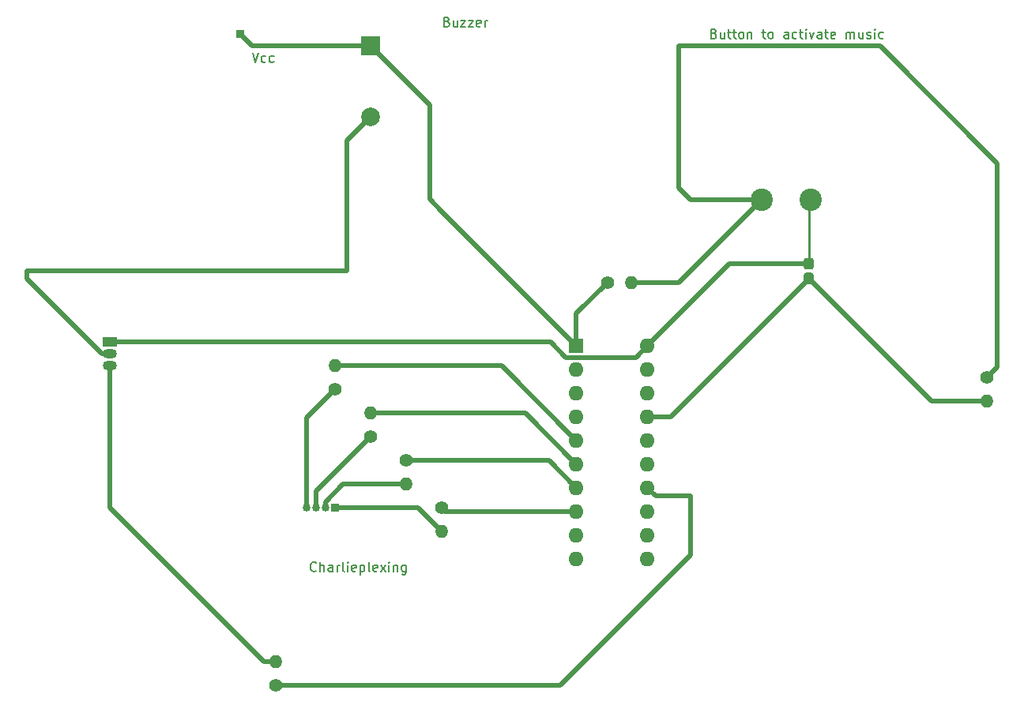
<source format=gbr>
%TF.GenerationSoftware,KiCad,Pcbnew,(5.1.12)-1*%
%TF.CreationDate,2022-11-24T21:41:11-03:00*%
%TF.ProjectId,LED_tree,4c45445f-7472-4656-952e-6b696361645f,rev?*%
%TF.SameCoordinates,Original*%
%TF.FileFunction,Copper,L1,Top*%
%TF.FilePolarity,Positive*%
%FSLAX46Y46*%
G04 Gerber Fmt 4.6, Leading zero omitted, Abs format (unit mm)*
G04 Created by KiCad (PCBNEW (5.1.12)-1) date 2022-11-24 21:41:11*
%MOMM*%
%LPD*%
G01*
G04 APERTURE LIST*
%TA.AperFunction,NonConductor*%
%ADD10C,0.150000*%
%TD*%
%TA.AperFunction,ComponentPad*%
%ADD11C,2.400000*%
%TD*%
%TA.AperFunction,ComponentPad*%
%ADD12O,0.850000X0.850000*%
%TD*%
%TA.AperFunction,ComponentPad*%
%ADD13R,0.850000X0.850000*%
%TD*%
%TA.AperFunction,ComponentPad*%
%ADD14O,1.600000X1.600000*%
%TD*%
%TA.AperFunction,ComponentPad*%
%ADD15R,1.600000X1.600000*%
%TD*%
%TA.AperFunction,ComponentPad*%
%ADD16O,1.400000X1.400000*%
%TD*%
%TA.AperFunction,ComponentPad*%
%ADD17C,1.400000*%
%TD*%
%TA.AperFunction,ComponentPad*%
%ADD18R,1.500000X1.050000*%
%TD*%
%TA.AperFunction,ComponentPad*%
%ADD19O,1.500000X1.050000*%
%TD*%
%TA.AperFunction,ComponentPad*%
%ADD20C,2.000000*%
%TD*%
%TA.AperFunction,ComponentPad*%
%ADD21R,2.000000X2.000000*%
%TD*%
%TA.AperFunction,Conductor*%
%ADD22C,0.500000*%
%TD*%
%TA.AperFunction,Conductor*%
%ADD23C,0.250000*%
%TD*%
G04 APERTURE END LIST*
D10*
X111101428Y-30408571D02*
X111244285Y-30456190D01*
X111291904Y-30503809D01*
X111339523Y-30599047D01*
X111339523Y-30741904D01*
X111291904Y-30837142D01*
X111244285Y-30884761D01*
X111149047Y-30932380D01*
X110768095Y-30932380D01*
X110768095Y-29932380D01*
X111101428Y-29932380D01*
X111196666Y-29980000D01*
X111244285Y-30027619D01*
X111291904Y-30122857D01*
X111291904Y-30218095D01*
X111244285Y-30313333D01*
X111196666Y-30360952D01*
X111101428Y-30408571D01*
X110768095Y-30408571D01*
X112196666Y-30265714D02*
X112196666Y-30932380D01*
X111768095Y-30265714D02*
X111768095Y-30789523D01*
X111815714Y-30884761D01*
X111910952Y-30932380D01*
X112053809Y-30932380D01*
X112149047Y-30884761D01*
X112196666Y-30837142D01*
X112577619Y-30265714D02*
X113101428Y-30265714D01*
X112577619Y-30932380D01*
X113101428Y-30932380D01*
X113387142Y-30265714D02*
X113910952Y-30265714D01*
X113387142Y-30932380D01*
X113910952Y-30932380D01*
X114672857Y-30884761D02*
X114577619Y-30932380D01*
X114387142Y-30932380D01*
X114291904Y-30884761D01*
X114244285Y-30789523D01*
X114244285Y-30408571D01*
X114291904Y-30313333D01*
X114387142Y-30265714D01*
X114577619Y-30265714D01*
X114672857Y-30313333D01*
X114720476Y-30408571D01*
X114720476Y-30503809D01*
X114244285Y-30599047D01*
X115149047Y-30932380D02*
X115149047Y-30265714D01*
X115149047Y-30456190D02*
X115196666Y-30360952D01*
X115244285Y-30313333D01*
X115339523Y-30265714D01*
X115434761Y-30265714D01*
X139709047Y-31678571D02*
X139851904Y-31726190D01*
X139899523Y-31773809D01*
X139947142Y-31869047D01*
X139947142Y-32011904D01*
X139899523Y-32107142D01*
X139851904Y-32154761D01*
X139756666Y-32202380D01*
X139375714Y-32202380D01*
X139375714Y-31202380D01*
X139709047Y-31202380D01*
X139804285Y-31250000D01*
X139851904Y-31297619D01*
X139899523Y-31392857D01*
X139899523Y-31488095D01*
X139851904Y-31583333D01*
X139804285Y-31630952D01*
X139709047Y-31678571D01*
X139375714Y-31678571D01*
X140804285Y-31535714D02*
X140804285Y-32202380D01*
X140375714Y-31535714D02*
X140375714Y-32059523D01*
X140423333Y-32154761D01*
X140518571Y-32202380D01*
X140661428Y-32202380D01*
X140756666Y-32154761D01*
X140804285Y-32107142D01*
X141137619Y-31535714D02*
X141518571Y-31535714D01*
X141280476Y-31202380D02*
X141280476Y-32059523D01*
X141328095Y-32154761D01*
X141423333Y-32202380D01*
X141518571Y-32202380D01*
X141709047Y-31535714D02*
X142090000Y-31535714D01*
X141851904Y-31202380D02*
X141851904Y-32059523D01*
X141899523Y-32154761D01*
X141994761Y-32202380D01*
X142090000Y-32202380D01*
X142566190Y-32202380D02*
X142470952Y-32154761D01*
X142423333Y-32107142D01*
X142375714Y-32011904D01*
X142375714Y-31726190D01*
X142423333Y-31630952D01*
X142470952Y-31583333D01*
X142566190Y-31535714D01*
X142709047Y-31535714D01*
X142804285Y-31583333D01*
X142851904Y-31630952D01*
X142899523Y-31726190D01*
X142899523Y-32011904D01*
X142851904Y-32107142D01*
X142804285Y-32154761D01*
X142709047Y-32202380D01*
X142566190Y-32202380D01*
X143328095Y-31535714D02*
X143328095Y-32202380D01*
X143328095Y-31630952D02*
X143375714Y-31583333D01*
X143470952Y-31535714D01*
X143613809Y-31535714D01*
X143709047Y-31583333D01*
X143756666Y-31678571D01*
X143756666Y-32202380D01*
X144851904Y-31535714D02*
X145232857Y-31535714D01*
X144994761Y-31202380D02*
X144994761Y-32059523D01*
X145042380Y-32154761D01*
X145137619Y-32202380D01*
X145232857Y-32202380D01*
X145709047Y-32202380D02*
X145613809Y-32154761D01*
X145566190Y-32107142D01*
X145518571Y-32011904D01*
X145518571Y-31726190D01*
X145566190Y-31630952D01*
X145613809Y-31583333D01*
X145709047Y-31535714D01*
X145851904Y-31535714D01*
X145947142Y-31583333D01*
X145994761Y-31630952D01*
X146042380Y-31726190D01*
X146042380Y-32011904D01*
X145994761Y-32107142D01*
X145947142Y-32154761D01*
X145851904Y-32202380D01*
X145709047Y-32202380D01*
X147661428Y-32202380D02*
X147661428Y-31678571D01*
X147613809Y-31583333D01*
X147518571Y-31535714D01*
X147328095Y-31535714D01*
X147232857Y-31583333D01*
X147661428Y-32154761D02*
X147566190Y-32202380D01*
X147328095Y-32202380D01*
X147232857Y-32154761D01*
X147185238Y-32059523D01*
X147185238Y-31964285D01*
X147232857Y-31869047D01*
X147328095Y-31821428D01*
X147566190Y-31821428D01*
X147661428Y-31773809D01*
X148566190Y-32154761D02*
X148470952Y-32202380D01*
X148280476Y-32202380D01*
X148185238Y-32154761D01*
X148137619Y-32107142D01*
X148090000Y-32011904D01*
X148090000Y-31726190D01*
X148137619Y-31630952D01*
X148185238Y-31583333D01*
X148280476Y-31535714D01*
X148470952Y-31535714D01*
X148566190Y-31583333D01*
X148851904Y-31535714D02*
X149232857Y-31535714D01*
X148994761Y-31202380D02*
X148994761Y-32059523D01*
X149042380Y-32154761D01*
X149137619Y-32202380D01*
X149232857Y-32202380D01*
X149566190Y-32202380D02*
X149566190Y-31535714D01*
X149566190Y-31202380D02*
X149518571Y-31250000D01*
X149566190Y-31297619D01*
X149613809Y-31250000D01*
X149566190Y-31202380D01*
X149566190Y-31297619D01*
X149947142Y-31535714D02*
X150185238Y-32202380D01*
X150423333Y-31535714D01*
X151232857Y-32202380D02*
X151232857Y-31678571D01*
X151185238Y-31583333D01*
X151090000Y-31535714D01*
X150899523Y-31535714D01*
X150804285Y-31583333D01*
X151232857Y-32154761D02*
X151137619Y-32202380D01*
X150899523Y-32202380D01*
X150804285Y-32154761D01*
X150756666Y-32059523D01*
X150756666Y-31964285D01*
X150804285Y-31869047D01*
X150899523Y-31821428D01*
X151137619Y-31821428D01*
X151232857Y-31773809D01*
X151566190Y-31535714D02*
X151947142Y-31535714D01*
X151709047Y-31202380D02*
X151709047Y-32059523D01*
X151756666Y-32154761D01*
X151851904Y-32202380D01*
X151947142Y-32202380D01*
X152661428Y-32154761D02*
X152566190Y-32202380D01*
X152375714Y-32202380D01*
X152280476Y-32154761D01*
X152232857Y-32059523D01*
X152232857Y-31678571D01*
X152280476Y-31583333D01*
X152375714Y-31535714D01*
X152566190Y-31535714D01*
X152661428Y-31583333D01*
X152709047Y-31678571D01*
X152709047Y-31773809D01*
X152232857Y-31869047D01*
X153899523Y-32202380D02*
X153899523Y-31535714D01*
X153899523Y-31630952D02*
X153947142Y-31583333D01*
X154042380Y-31535714D01*
X154185238Y-31535714D01*
X154280476Y-31583333D01*
X154328095Y-31678571D01*
X154328095Y-32202380D01*
X154328095Y-31678571D02*
X154375714Y-31583333D01*
X154470952Y-31535714D01*
X154613809Y-31535714D01*
X154709047Y-31583333D01*
X154756666Y-31678571D01*
X154756666Y-32202380D01*
X155661428Y-31535714D02*
X155661428Y-32202380D01*
X155232857Y-31535714D02*
X155232857Y-32059523D01*
X155280476Y-32154761D01*
X155375714Y-32202380D01*
X155518571Y-32202380D01*
X155613809Y-32154761D01*
X155661428Y-32107142D01*
X156090000Y-32154761D02*
X156185238Y-32202380D01*
X156375714Y-32202380D01*
X156470952Y-32154761D01*
X156518571Y-32059523D01*
X156518571Y-32011904D01*
X156470952Y-31916666D01*
X156375714Y-31869047D01*
X156232857Y-31869047D01*
X156137619Y-31821428D01*
X156090000Y-31726190D01*
X156090000Y-31678571D01*
X156137619Y-31583333D01*
X156232857Y-31535714D01*
X156375714Y-31535714D01*
X156470952Y-31583333D01*
X156947142Y-32202380D02*
X156947142Y-31535714D01*
X156947142Y-31202380D02*
X156899523Y-31250000D01*
X156947142Y-31297619D01*
X156994761Y-31250000D01*
X156947142Y-31202380D01*
X156947142Y-31297619D01*
X157851904Y-32154761D02*
X157756666Y-32202380D01*
X157566190Y-32202380D01*
X157470952Y-32154761D01*
X157423333Y-32107142D01*
X157375714Y-32011904D01*
X157375714Y-31726190D01*
X157423333Y-31630952D01*
X157470952Y-31583333D01*
X157566190Y-31535714D01*
X157756666Y-31535714D01*
X157851904Y-31583333D01*
X90249523Y-33742380D02*
X90582857Y-34742380D01*
X90916190Y-33742380D01*
X91678095Y-34694761D02*
X91582857Y-34742380D01*
X91392380Y-34742380D01*
X91297142Y-34694761D01*
X91249523Y-34647142D01*
X91201904Y-34551904D01*
X91201904Y-34266190D01*
X91249523Y-34170952D01*
X91297142Y-34123333D01*
X91392380Y-34075714D01*
X91582857Y-34075714D01*
X91678095Y-34123333D01*
X92535238Y-34694761D02*
X92440000Y-34742380D01*
X92249523Y-34742380D01*
X92154285Y-34694761D01*
X92106666Y-34647142D01*
X92059047Y-34551904D01*
X92059047Y-34266190D01*
X92106666Y-34170952D01*
X92154285Y-34123333D01*
X92249523Y-34075714D01*
X92440000Y-34075714D01*
X92535238Y-34123333D01*
X97076190Y-89257142D02*
X97028571Y-89304761D01*
X96885714Y-89352380D01*
X96790476Y-89352380D01*
X96647619Y-89304761D01*
X96552380Y-89209523D01*
X96504761Y-89114285D01*
X96457142Y-88923809D01*
X96457142Y-88780952D01*
X96504761Y-88590476D01*
X96552380Y-88495238D01*
X96647619Y-88400000D01*
X96790476Y-88352380D01*
X96885714Y-88352380D01*
X97028571Y-88400000D01*
X97076190Y-88447619D01*
X97504761Y-89352380D02*
X97504761Y-88352380D01*
X97933333Y-89352380D02*
X97933333Y-88828571D01*
X97885714Y-88733333D01*
X97790476Y-88685714D01*
X97647619Y-88685714D01*
X97552380Y-88733333D01*
X97504761Y-88780952D01*
X98838095Y-89352380D02*
X98838095Y-88828571D01*
X98790476Y-88733333D01*
X98695238Y-88685714D01*
X98504761Y-88685714D01*
X98409523Y-88733333D01*
X98838095Y-89304761D02*
X98742857Y-89352380D01*
X98504761Y-89352380D01*
X98409523Y-89304761D01*
X98361904Y-89209523D01*
X98361904Y-89114285D01*
X98409523Y-89019047D01*
X98504761Y-88971428D01*
X98742857Y-88971428D01*
X98838095Y-88923809D01*
X99314285Y-89352380D02*
X99314285Y-88685714D01*
X99314285Y-88876190D02*
X99361904Y-88780952D01*
X99409523Y-88733333D01*
X99504761Y-88685714D01*
X99600000Y-88685714D01*
X100076190Y-89352380D02*
X99980952Y-89304761D01*
X99933333Y-89209523D01*
X99933333Y-88352380D01*
X100457142Y-89352380D02*
X100457142Y-88685714D01*
X100457142Y-88352380D02*
X100409523Y-88400000D01*
X100457142Y-88447619D01*
X100504761Y-88400000D01*
X100457142Y-88352380D01*
X100457142Y-88447619D01*
X101314285Y-89304761D02*
X101219047Y-89352380D01*
X101028571Y-89352380D01*
X100933333Y-89304761D01*
X100885714Y-89209523D01*
X100885714Y-88828571D01*
X100933333Y-88733333D01*
X101028571Y-88685714D01*
X101219047Y-88685714D01*
X101314285Y-88733333D01*
X101361904Y-88828571D01*
X101361904Y-88923809D01*
X100885714Y-89019047D01*
X101790476Y-88685714D02*
X101790476Y-89685714D01*
X101790476Y-88733333D02*
X101885714Y-88685714D01*
X102076190Y-88685714D01*
X102171428Y-88733333D01*
X102219047Y-88780952D01*
X102266666Y-88876190D01*
X102266666Y-89161904D01*
X102219047Y-89257142D01*
X102171428Y-89304761D01*
X102076190Y-89352380D01*
X101885714Y-89352380D01*
X101790476Y-89304761D01*
X102838095Y-89352380D02*
X102742857Y-89304761D01*
X102695238Y-89209523D01*
X102695238Y-88352380D01*
X103600000Y-89304761D02*
X103504761Y-89352380D01*
X103314285Y-89352380D01*
X103219047Y-89304761D01*
X103171428Y-89209523D01*
X103171428Y-88828571D01*
X103219047Y-88733333D01*
X103314285Y-88685714D01*
X103504761Y-88685714D01*
X103600000Y-88733333D01*
X103647619Y-88828571D01*
X103647619Y-88923809D01*
X103171428Y-89019047D01*
X103980952Y-89352380D02*
X104504761Y-88685714D01*
X103980952Y-88685714D02*
X104504761Y-89352380D01*
X104885714Y-89352380D02*
X104885714Y-88685714D01*
X104885714Y-88352380D02*
X104838095Y-88400000D01*
X104885714Y-88447619D01*
X104933333Y-88400000D01*
X104885714Y-88352380D01*
X104885714Y-88447619D01*
X105361904Y-88685714D02*
X105361904Y-89352380D01*
X105361904Y-88780952D02*
X105409523Y-88733333D01*
X105504761Y-88685714D01*
X105647619Y-88685714D01*
X105742857Y-88733333D01*
X105790476Y-88828571D01*
X105790476Y-89352380D01*
X106695238Y-88685714D02*
X106695238Y-89495238D01*
X106647619Y-89590476D01*
X106600000Y-89638095D01*
X106504761Y-89685714D01*
X106361904Y-89685714D01*
X106266666Y-89638095D01*
X106695238Y-89304761D02*
X106600000Y-89352380D01*
X106409523Y-89352380D01*
X106314285Y-89304761D01*
X106266666Y-89257142D01*
X106219047Y-89161904D01*
X106219047Y-88876190D01*
X106266666Y-88780952D01*
X106314285Y-88733333D01*
X106409523Y-88685714D01*
X106600000Y-88685714D01*
X106695238Y-88733333D01*
D11*
%TO.P,SW1,2*%
%TO.N,GND*%
X150080000Y-49530000D03*
%TO.P,SW1,1*%
%TO.N,Net-(R2-Pad2)*%
X144780000Y-49530000D03*
%TD*%
D12*
%TO.P,J2,4*%
%TO.N,Net-(J2-Pad4)*%
X96060000Y-82550000D03*
%TO.P,J2,3*%
%TO.N,Net-(J2-Pad3)*%
X97060000Y-82550000D03*
%TO.P,J2,2*%
%TO.N,Net-(J2-Pad2)*%
X98060000Y-82550000D03*
D13*
%TO.P,J2,1*%
%TO.N,Net-(J2-Pad1)*%
X99060000Y-82550000D03*
%TD*%
%TO.P,J1,1*%
%TO.N,Net-(BZ1-Pad1)*%
X88900000Y-31750000D03*
%TD*%
D14*
%TO.P,U1,20*%
%TO.N,GND*%
X132580000Y-65150000D03*
%TO.P,U1,10*%
%TO.N,Net-(U1-Pad10)*%
X124960000Y-88010000D03*
%TO.P,U1,19*%
%TO.N,Net-(U1-Pad19)*%
X132580000Y-67690000D03*
%TO.P,U1,9*%
%TO.N,Net-(U1-Pad9)*%
X124960000Y-85470000D03*
%TO.P,U1,18*%
%TO.N,Net-(U1-Pad18)*%
X132580000Y-70230000D03*
%TO.P,U1,8*%
%TO.N,Net-(R6-Pad1)*%
X124960000Y-82930000D03*
%TO.P,U1,17*%
%TO.N,Net-(C1-Pad1)*%
X132580000Y-72770000D03*
%TO.P,U1,7*%
%TO.N,Net-(R5-Pad1)*%
X124960000Y-80390000D03*
%TO.P,U1,16*%
%TO.N,Net-(U1-Pad16)*%
X132580000Y-75310000D03*
%TO.P,U1,6*%
%TO.N,Net-(R4-Pad2)*%
X124960000Y-77850000D03*
%TO.P,U1,15*%
%TO.N,Net-(U1-Pad15)*%
X132580000Y-77850000D03*
%TO.P,U1,5*%
%TO.N,Net-(R3-Pad2)*%
X124960000Y-75310000D03*
%TO.P,U1,14*%
%TO.N,Net-(R1-Pad1)*%
X132580000Y-80390000D03*
%TO.P,U1,4*%
%TO.N,Net-(U1-Pad4)*%
X124960000Y-72770000D03*
%TO.P,U1,13*%
%TO.N,Net-(U1-Pad13)*%
X132580000Y-82930000D03*
%TO.P,U1,3*%
%TO.N,Net-(U1-Pad3)*%
X124960000Y-70230000D03*
%TO.P,U1,12*%
%TO.N,Net-(U1-Pad12)*%
X132580000Y-85470000D03*
%TO.P,U1,2*%
%TO.N,Net-(U1-Pad2)*%
X124960000Y-67690000D03*
%TO.P,U1,11*%
%TO.N,Net-(U1-Pad11)*%
X132580000Y-88010000D03*
D15*
%TO.P,U1,1*%
%TO.N,Net-(BZ1-Pad1)*%
X124960000Y-65150000D03*
%TD*%
D16*
%TO.P,R7,2*%
%TO.N,Net-(C1-Pad1)*%
X168910000Y-71120000D03*
D17*
%TO.P,R7,1*%
%TO.N,Net-(R2-Pad2)*%
X168910000Y-68580000D03*
%TD*%
D16*
%TO.P,R6,2*%
%TO.N,Net-(J2-Pad1)*%
X110490000Y-85090000D03*
D17*
%TO.P,R6,1*%
%TO.N,Net-(R6-Pad1)*%
X110490000Y-82550000D03*
%TD*%
D16*
%TO.P,R5,2*%
%TO.N,Net-(J2-Pad2)*%
X106680000Y-80010000D03*
D17*
%TO.P,R5,1*%
%TO.N,Net-(R5-Pad1)*%
X106680000Y-77470000D03*
%TD*%
D16*
%TO.P,R4,2*%
%TO.N,Net-(R4-Pad2)*%
X102870000Y-72390000D03*
D17*
%TO.P,R4,1*%
%TO.N,Net-(J2-Pad3)*%
X102870000Y-74930000D03*
%TD*%
D16*
%TO.P,R3,2*%
%TO.N,Net-(R3-Pad2)*%
X99060000Y-67310000D03*
D17*
%TO.P,R3,1*%
%TO.N,Net-(J2-Pad4)*%
X99060000Y-69850000D03*
%TD*%
D16*
%TO.P,R2,2*%
%TO.N,Net-(R2-Pad2)*%
X130810000Y-58420000D03*
D17*
%TO.P,R2,1*%
%TO.N,Net-(BZ1-Pad1)*%
X128270000Y-58420000D03*
%TD*%
D16*
%TO.P,R1,2*%
%TO.N,Net-(Q1-Pad3)*%
X92710000Y-99060000D03*
D17*
%TO.P,R1,1*%
%TO.N,Net-(R1-Pad1)*%
X92710000Y-101600000D03*
%TD*%
D18*
%TO.P,Q1,1*%
%TO.N,GND*%
X74930000Y-64770000D03*
D19*
%TO.P,Q1,3*%
%TO.N,Net-(Q1-Pad3)*%
X74930000Y-67310000D03*
%TO.P,Q1,2*%
%TO.N,Net-(BZ1-Pad2)*%
X74930000Y-66040000D03*
%TD*%
%TO.P,C1,2*%
%TO.N,GND*%
%TA.AperFunction,SMDPad,CuDef*%
G36*
G01*
X150135001Y-56975000D02*
X149584999Y-56975000D01*
G75*
G02*
X149335000Y-56725001I0J249999D01*
G01*
X149335000Y-55974999D01*
G75*
G02*
X149584999Y-55725000I249999J0D01*
G01*
X150135001Y-55725000D01*
G75*
G02*
X150385000Y-55974999I0J-249999D01*
G01*
X150385000Y-56725001D01*
G75*
G02*
X150135001Y-56975000I-249999J0D01*
G01*
G37*
%TD.AperFunction*%
%TO.P,C1,1*%
%TO.N,Net-(C1-Pad1)*%
%TA.AperFunction,SMDPad,CuDef*%
G36*
G01*
X150135001Y-58575000D02*
X149584999Y-58575000D01*
G75*
G02*
X149335000Y-58325001I0J249999D01*
G01*
X149335000Y-57574999D01*
G75*
G02*
X149584999Y-57325000I249999J0D01*
G01*
X150135001Y-57325000D01*
G75*
G02*
X150385000Y-57574999I0J-249999D01*
G01*
X150385000Y-58325001D01*
G75*
G02*
X150135001Y-58575000I-249999J0D01*
G01*
G37*
%TD.AperFunction*%
%TD*%
D20*
%TO.P,BZ1,2*%
%TO.N,Net-(BZ1-Pad2)*%
X102870000Y-40620000D03*
D21*
%TO.P,BZ1,1*%
%TO.N,Net-(BZ1-Pad1)*%
X102870000Y-33020000D03*
%TD*%
D22*
%TO.N,Net-(BZ1-Pad2)*%
X100330000Y-57130000D02*
X66060000Y-57130000D01*
X74114998Y-66040000D02*
X74930000Y-66040000D01*
X66060000Y-57985002D02*
X74114998Y-66040000D01*
X66060000Y-57130000D02*
X66060000Y-57985002D01*
X100330000Y-43160000D02*
X102870000Y-40620000D01*
X100330000Y-57130000D02*
X100330000Y-43160000D01*
%TO.N,Net-(BZ1-Pad1)*%
X124960000Y-61730000D02*
X128270000Y-58420000D01*
X124960000Y-65150000D02*
X124960000Y-61730000D01*
X102870000Y-33020000D02*
X109220000Y-39370000D01*
X109220000Y-49410000D02*
X110550000Y-50740000D01*
X109220000Y-39370000D02*
X109220000Y-49410000D01*
X110550000Y-50740000D02*
X124960000Y-65150000D01*
X110490000Y-50680000D02*
X110550000Y-50740000D01*
X90170000Y-33020000D02*
X88900000Y-31750000D01*
X102870000Y-33020000D02*
X90170000Y-33020000D01*
%TO.N,Net-(C1-Pad1)*%
X135040000Y-72770000D02*
X149860000Y-57950000D01*
X132580000Y-72770000D02*
X135040000Y-72770000D01*
X163030000Y-71120000D02*
X149860000Y-57950000D01*
X168910000Y-71120000D02*
X163030000Y-71120000D01*
%TO.N,Net-(J2-Pad3)*%
X97060000Y-80740000D02*
X102870000Y-74930000D01*
X97060000Y-82550000D02*
X97060000Y-80740000D01*
%TO.N,Net-(J2-Pad2)*%
X99939998Y-80010000D02*
X106680000Y-80010000D01*
X98060000Y-81889998D02*
X99939998Y-80010000D01*
X98060000Y-82550000D02*
X98060000Y-81889998D01*
%TO.N,Net-(Q1-Pad3)*%
X92710000Y-99060000D02*
X91440000Y-99060000D01*
X74930000Y-82550000D02*
X74930000Y-67310000D01*
X91440000Y-99060000D02*
X74930000Y-82550000D01*
%TO.N,Net-(R2-Pad2)*%
X135890000Y-58420000D02*
X144780000Y-49530000D01*
X130810000Y-58420000D02*
X135890000Y-58420000D01*
X144780000Y-49530000D02*
X137160000Y-49530000D01*
X137160000Y-49530000D02*
X135890000Y-48260000D01*
X135890000Y-48260000D02*
X135890000Y-33020000D01*
X135890000Y-33020000D02*
X157480000Y-33020000D01*
X170060001Y-67429999D02*
X168910000Y-68580000D01*
X170060001Y-45600001D02*
X170060001Y-67429999D01*
X157480000Y-33020000D02*
X170060001Y-45600001D01*
%TO.N,Net-(R5-Pad1)*%
X122040000Y-77470000D02*
X124960000Y-80390000D01*
X106680000Y-77470000D02*
X122040000Y-77470000D01*
%TO.N,Net-(R6-Pad1)*%
X110870000Y-82930000D02*
X110490000Y-82550000D01*
X124960000Y-82930000D02*
X110870000Y-82930000D01*
%TO.N,GND*%
X141380000Y-56350000D02*
X132580000Y-65150000D01*
X149860000Y-56350000D02*
X141380000Y-56350000D01*
X131329999Y-66400001D02*
X132580000Y-65150000D01*
X123799999Y-66400001D02*
X131329999Y-66400001D01*
X122169998Y-64770000D02*
X123799999Y-66400001D01*
X74930000Y-64770000D02*
X122169998Y-64770000D01*
D23*
X149860000Y-49750000D02*
X150080000Y-49530000D01*
X149860000Y-56350000D02*
X149860000Y-49750000D01*
D22*
%TO.N,Net-(J2-Pad4)*%
X96060000Y-72850000D02*
X96060000Y-82550000D01*
X99060000Y-69850000D02*
X96060000Y-72850000D01*
%TO.N,Net-(J2-Pad1)*%
X107950000Y-82550000D02*
X110490000Y-85090000D01*
X99060000Y-82550000D02*
X107950000Y-82550000D01*
%TO.N,Net-(R1-Pad1)*%
X92710000Y-101600000D02*
X123190000Y-101600000D01*
X123190000Y-101600000D02*
X137160000Y-87630000D01*
X137160000Y-87630000D02*
X137160000Y-81280000D01*
X133470000Y-81280000D02*
X132580000Y-80390000D01*
X137160000Y-81280000D02*
X133470000Y-81280000D01*
%TO.N,Net-(R3-Pad2)*%
X116960000Y-67310000D02*
X124960000Y-75310000D01*
X99060000Y-67310000D02*
X116960000Y-67310000D01*
%TO.N,Net-(R4-Pad2)*%
X119500000Y-72390000D02*
X102870000Y-72390000D01*
X124960000Y-77850000D02*
X119500000Y-72390000D01*
%TD*%
M02*

</source>
